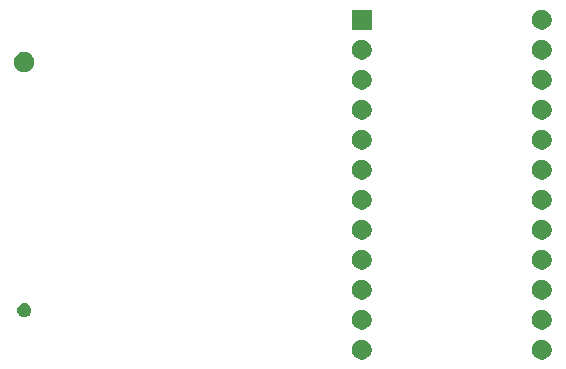
<source format=gbr>
G04 #@! TF.GenerationSoftware,KiCad,Pcbnew,(5.1.5)-3*
G04 #@! TF.CreationDate,2020-01-23T23:17:30-08:00*
G04 #@! TF.ProjectId,sdInterface,7364496e-7465-4726-9661-63652e6b6963,rev?*
G04 #@! TF.SameCoordinates,Original*
G04 #@! TF.FileFunction,Soldermask,Bot*
G04 #@! TF.FilePolarity,Negative*
%FSLAX46Y46*%
G04 Gerber Fmt 4.6, Leading zero omitted, Abs format (unit mm)*
G04 Created by KiCad (PCBNEW (5.1.5)-3) date 2020-01-23 23:17:30*
%MOMM*%
%LPD*%
G04 APERTURE LIST*
%ADD10C,0.100000*%
G04 APERTURE END LIST*
D10*
G36*
X139088228Y-102721703D02*
G01*
X139243100Y-102785853D01*
X139382481Y-102878985D01*
X139501015Y-102997519D01*
X139594147Y-103136900D01*
X139658297Y-103291772D01*
X139691000Y-103456184D01*
X139691000Y-103623816D01*
X139658297Y-103788228D01*
X139594147Y-103943100D01*
X139501015Y-104082481D01*
X139382481Y-104201015D01*
X139243100Y-104294147D01*
X139088228Y-104358297D01*
X138923816Y-104391000D01*
X138756184Y-104391000D01*
X138591772Y-104358297D01*
X138436900Y-104294147D01*
X138297519Y-104201015D01*
X138178985Y-104082481D01*
X138085853Y-103943100D01*
X138021703Y-103788228D01*
X137989000Y-103623816D01*
X137989000Y-103456184D01*
X138021703Y-103291772D01*
X138085853Y-103136900D01*
X138178985Y-102997519D01*
X138297519Y-102878985D01*
X138436900Y-102785853D01*
X138591772Y-102721703D01*
X138756184Y-102689000D01*
X138923816Y-102689000D01*
X139088228Y-102721703D01*
G37*
G36*
X123848228Y-102721703D02*
G01*
X124003100Y-102785853D01*
X124142481Y-102878985D01*
X124261015Y-102997519D01*
X124354147Y-103136900D01*
X124418297Y-103291772D01*
X124451000Y-103456184D01*
X124451000Y-103623816D01*
X124418297Y-103788228D01*
X124354147Y-103943100D01*
X124261015Y-104082481D01*
X124142481Y-104201015D01*
X124003100Y-104294147D01*
X123848228Y-104358297D01*
X123683816Y-104391000D01*
X123516184Y-104391000D01*
X123351772Y-104358297D01*
X123196900Y-104294147D01*
X123057519Y-104201015D01*
X122938985Y-104082481D01*
X122845853Y-103943100D01*
X122781703Y-103788228D01*
X122749000Y-103623816D01*
X122749000Y-103456184D01*
X122781703Y-103291772D01*
X122845853Y-103136900D01*
X122938985Y-102997519D01*
X123057519Y-102878985D01*
X123196900Y-102785853D01*
X123351772Y-102721703D01*
X123516184Y-102689000D01*
X123683816Y-102689000D01*
X123848228Y-102721703D01*
G37*
G36*
X139088228Y-100181703D02*
G01*
X139243100Y-100245853D01*
X139382481Y-100338985D01*
X139501015Y-100457519D01*
X139594147Y-100596900D01*
X139658297Y-100751772D01*
X139691000Y-100916184D01*
X139691000Y-101083816D01*
X139658297Y-101248228D01*
X139594147Y-101403100D01*
X139501015Y-101542481D01*
X139382481Y-101661015D01*
X139243100Y-101754147D01*
X139088228Y-101818297D01*
X138923816Y-101851000D01*
X138756184Y-101851000D01*
X138591772Y-101818297D01*
X138436900Y-101754147D01*
X138297519Y-101661015D01*
X138178985Y-101542481D01*
X138085853Y-101403100D01*
X138021703Y-101248228D01*
X137989000Y-101083816D01*
X137989000Y-100916184D01*
X138021703Y-100751772D01*
X138085853Y-100596900D01*
X138178985Y-100457519D01*
X138297519Y-100338985D01*
X138436900Y-100245853D01*
X138591772Y-100181703D01*
X138756184Y-100149000D01*
X138923816Y-100149000D01*
X139088228Y-100181703D01*
G37*
G36*
X123848228Y-100181703D02*
G01*
X124003100Y-100245853D01*
X124142481Y-100338985D01*
X124261015Y-100457519D01*
X124354147Y-100596900D01*
X124418297Y-100751772D01*
X124451000Y-100916184D01*
X124451000Y-101083816D01*
X124418297Y-101248228D01*
X124354147Y-101403100D01*
X124261015Y-101542481D01*
X124142481Y-101661015D01*
X124003100Y-101754147D01*
X123848228Y-101818297D01*
X123683816Y-101851000D01*
X123516184Y-101851000D01*
X123351772Y-101818297D01*
X123196900Y-101754147D01*
X123057519Y-101661015D01*
X122938985Y-101542481D01*
X122845853Y-101403100D01*
X122781703Y-101248228D01*
X122749000Y-101083816D01*
X122749000Y-100916184D01*
X122781703Y-100751772D01*
X122845853Y-100596900D01*
X122938985Y-100457519D01*
X123057519Y-100338985D01*
X123196900Y-100245853D01*
X123351772Y-100181703D01*
X123516184Y-100149000D01*
X123683816Y-100149000D01*
X123848228Y-100181703D01*
G37*
G36*
X95161601Y-99614397D02*
G01*
X95200305Y-99622096D01*
X95232340Y-99635365D01*
X95309680Y-99667400D01*
X95408115Y-99733173D01*
X95491827Y-99816885D01*
X95557600Y-99915320D01*
X95602904Y-100024696D01*
X95626000Y-100140805D01*
X95626000Y-100259195D01*
X95602904Y-100375304D01*
X95557600Y-100484680D01*
X95491827Y-100583115D01*
X95408115Y-100666827D01*
X95309680Y-100732600D01*
X95232340Y-100764635D01*
X95200305Y-100777904D01*
X95161601Y-100785603D01*
X95084195Y-100801000D01*
X94965805Y-100801000D01*
X94888399Y-100785603D01*
X94849695Y-100777904D01*
X94817660Y-100764635D01*
X94740320Y-100732600D01*
X94641885Y-100666827D01*
X94558173Y-100583115D01*
X94492400Y-100484680D01*
X94447096Y-100375304D01*
X94424000Y-100259195D01*
X94424000Y-100140805D01*
X94447096Y-100024696D01*
X94492400Y-99915320D01*
X94558173Y-99816885D01*
X94641885Y-99733173D01*
X94740320Y-99667400D01*
X94817660Y-99635365D01*
X94849695Y-99622096D01*
X94888399Y-99614397D01*
X94965805Y-99599000D01*
X95084195Y-99599000D01*
X95161601Y-99614397D01*
G37*
G36*
X139088228Y-97641703D02*
G01*
X139243100Y-97705853D01*
X139382481Y-97798985D01*
X139501015Y-97917519D01*
X139594147Y-98056900D01*
X139658297Y-98211772D01*
X139691000Y-98376184D01*
X139691000Y-98543816D01*
X139658297Y-98708228D01*
X139594147Y-98863100D01*
X139501015Y-99002481D01*
X139382481Y-99121015D01*
X139243100Y-99214147D01*
X139088228Y-99278297D01*
X138923816Y-99311000D01*
X138756184Y-99311000D01*
X138591772Y-99278297D01*
X138436900Y-99214147D01*
X138297519Y-99121015D01*
X138178985Y-99002481D01*
X138085853Y-98863100D01*
X138021703Y-98708228D01*
X137989000Y-98543816D01*
X137989000Y-98376184D01*
X138021703Y-98211772D01*
X138085853Y-98056900D01*
X138178985Y-97917519D01*
X138297519Y-97798985D01*
X138436900Y-97705853D01*
X138591772Y-97641703D01*
X138756184Y-97609000D01*
X138923816Y-97609000D01*
X139088228Y-97641703D01*
G37*
G36*
X123848228Y-97641703D02*
G01*
X124003100Y-97705853D01*
X124142481Y-97798985D01*
X124261015Y-97917519D01*
X124354147Y-98056900D01*
X124418297Y-98211772D01*
X124451000Y-98376184D01*
X124451000Y-98543816D01*
X124418297Y-98708228D01*
X124354147Y-98863100D01*
X124261015Y-99002481D01*
X124142481Y-99121015D01*
X124003100Y-99214147D01*
X123848228Y-99278297D01*
X123683816Y-99311000D01*
X123516184Y-99311000D01*
X123351772Y-99278297D01*
X123196900Y-99214147D01*
X123057519Y-99121015D01*
X122938985Y-99002481D01*
X122845853Y-98863100D01*
X122781703Y-98708228D01*
X122749000Y-98543816D01*
X122749000Y-98376184D01*
X122781703Y-98211772D01*
X122845853Y-98056900D01*
X122938985Y-97917519D01*
X123057519Y-97798985D01*
X123196900Y-97705853D01*
X123351772Y-97641703D01*
X123516184Y-97609000D01*
X123683816Y-97609000D01*
X123848228Y-97641703D01*
G37*
G36*
X123848228Y-95101703D02*
G01*
X124003100Y-95165853D01*
X124142481Y-95258985D01*
X124261015Y-95377519D01*
X124354147Y-95516900D01*
X124418297Y-95671772D01*
X124451000Y-95836184D01*
X124451000Y-96003816D01*
X124418297Y-96168228D01*
X124354147Y-96323100D01*
X124261015Y-96462481D01*
X124142481Y-96581015D01*
X124003100Y-96674147D01*
X123848228Y-96738297D01*
X123683816Y-96771000D01*
X123516184Y-96771000D01*
X123351772Y-96738297D01*
X123196900Y-96674147D01*
X123057519Y-96581015D01*
X122938985Y-96462481D01*
X122845853Y-96323100D01*
X122781703Y-96168228D01*
X122749000Y-96003816D01*
X122749000Y-95836184D01*
X122781703Y-95671772D01*
X122845853Y-95516900D01*
X122938985Y-95377519D01*
X123057519Y-95258985D01*
X123196900Y-95165853D01*
X123351772Y-95101703D01*
X123516184Y-95069000D01*
X123683816Y-95069000D01*
X123848228Y-95101703D01*
G37*
G36*
X139088228Y-95101703D02*
G01*
X139243100Y-95165853D01*
X139382481Y-95258985D01*
X139501015Y-95377519D01*
X139594147Y-95516900D01*
X139658297Y-95671772D01*
X139691000Y-95836184D01*
X139691000Y-96003816D01*
X139658297Y-96168228D01*
X139594147Y-96323100D01*
X139501015Y-96462481D01*
X139382481Y-96581015D01*
X139243100Y-96674147D01*
X139088228Y-96738297D01*
X138923816Y-96771000D01*
X138756184Y-96771000D01*
X138591772Y-96738297D01*
X138436900Y-96674147D01*
X138297519Y-96581015D01*
X138178985Y-96462481D01*
X138085853Y-96323100D01*
X138021703Y-96168228D01*
X137989000Y-96003816D01*
X137989000Y-95836184D01*
X138021703Y-95671772D01*
X138085853Y-95516900D01*
X138178985Y-95377519D01*
X138297519Y-95258985D01*
X138436900Y-95165853D01*
X138591772Y-95101703D01*
X138756184Y-95069000D01*
X138923816Y-95069000D01*
X139088228Y-95101703D01*
G37*
G36*
X123848228Y-92561703D02*
G01*
X124003100Y-92625853D01*
X124142481Y-92718985D01*
X124261015Y-92837519D01*
X124354147Y-92976900D01*
X124418297Y-93131772D01*
X124451000Y-93296184D01*
X124451000Y-93463816D01*
X124418297Y-93628228D01*
X124354147Y-93783100D01*
X124261015Y-93922481D01*
X124142481Y-94041015D01*
X124003100Y-94134147D01*
X123848228Y-94198297D01*
X123683816Y-94231000D01*
X123516184Y-94231000D01*
X123351772Y-94198297D01*
X123196900Y-94134147D01*
X123057519Y-94041015D01*
X122938985Y-93922481D01*
X122845853Y-93783100D01*
X122781703Y-93628228D01*
X122749000Y-93463816D01*
X122749000Y-93296184D01*
X122781703Y-93131772D01*
X122845853Y-92976900D01*
X122938985Y-92837519D01*
X123057519Y-92718985D01*
X123196900Y-92625853D01*
X123351772Y-92561703D01*
X123516184Y-92529000D01*
X123683816Y-92529000D01*
X123848228Y-92561703D01*
G37*
G36*
X139088228Y-92561703D02*
G01*
X139243100Y-92625853D01*
X139382481Y-92718985D01*
X139501015Y-92837519D01*
X139594147Y-92976900D01*
X139658297Y-93131772D01*
X139691000Y-93296184D01*
X139691000Y-93463816D01*
X139658297Y-93628228D01*
X139594147Y-93783100D01*
X139501015Y-93922481D01*
X139382481Y-94041015D01*
X139243100Y-94134147D01*
X139088228Y-94198297D01*
X138923816Y-94231000D01*
X138756184Y-94231000D01*
X138591772Y-94198297D01*
X138436900Y-94134147D01*
X138297519Y-94041015D01*
X138178985Y-93922481D01*
X138085853Y-93783100D01*
X138021703Y-93628228D01*
X137989000Y-93463816D01*
X137989000Y-93296184D01*
X138021703Y-93131772D01*
X138085853Y-92976900D01*
X138178985Y-92837519D01*
X138297519Y-92718985D01*
X138436900Y-92625853D01*
X138591772Y-92561703D01*
X138756184Y-92529000D01*
X138923816Y-92529000D01*
X139088228Y-92561703D01*
G37*
G36*
X139088228Y-90021703D02*
G01*
X139243100Y-90085853D01*
X139382481Y-90178985D01*
X139501015Y-90297519D01*
X139594147Y-90436900D01*
X139658297Y-90591772D01*
X139691000Y-90756184D01*
X139691000Y-90923816D01*
X139658297Y-91088228D01*
X139594147Y-91243100D01*
X139501015Y-91382481D01*
X139382481Y-91501015D01*
X139243100Y-91594147D01*
X139088228Y-91658297D01*
X138923816Y-91691000D01*
X138756184Y-91691000D01*
X138591772Y-91658297D01*
X138436900Y-91594147D01*
X138297519Y-91501015D01*
X138178985Y-91382481D01*
X138085853Y-91243100D01*
X138021703Y-91088228D01*
X137989000Y-90923816D01*
X137989000Y-90756184D01*
X138021703Y-90591772D01*
X138085853Y-90436900D01*
X138178985Y-90297519D01*
X138297519Y-90178985D01*
X138436900Y-90085853D01*
X138591772Y-90021703D01*
X138756184Y-89989000D01*
X138923816Y-89989000D01*
X139088228Y-90021703D01*
G37*
G36*
X123848228Y-90021703D02*
G01*
X124003100Y-90085853D01*
X124142481Y-90178985D01*
X124261015Y-90297519D01*
X124354147Y-90436900D01*
X124418297Y-90591772D01*
X124451000Y-90756184D01*
X124451000Y-90923816D01*
X124418297Y-91088228D01*
X124354147Y-91243100D01*
X124261015Y-91382481D01*
X124142481Y-91501015D01*
X124003100Y-91594147D01*
X123848228Y-91658297D01*
X123683816Y-91691000D01*
X123516184Y-91691000D01*
X123351772Y-91658297D01*
X123196900Y-91594147D01*
X123057519Y-91501015D01*
X122938985Y-91382481D01*
X122845853Y-91243100D01*
X122781703Y-91088228D01*
X122749000Y-90923816D01*
X122749000Y-90756184D01*
X122781703Y-90591772D01*
X122845853Y-90436900D01*
X122938985Y-90297519D01*
X123057519Y-90178985D01*
X123196900Y-90085853D01*
X123351772Y-90021703D01*
X123516184Y-89989000D01*
X123683816Y-89989000D01*
X123848228Y-90021703D01*
G37*
G36*
X123848228Y-87481703D02*
G01*
X124003100Y-87545853D01*
X124142481Y-87638985D01*
X124261015Y-87757519D01*
X124354147Y-87896900D01*
X124418297Y-88051772D01*
X124451000Y-88216184D01*
X124451000Y-88383816D01*
X124418297Y-88548228D01*
X124354147Y-88703100D01*
X124261015Y-88842481D01*
X124142481Y-88961015D01*
X124003100Y-89054147D01*
X123848228Y-89118297D01*
X123683816Y-89151000D01*
X123516184Y-89151000D01*
X123351772Y-89118297D01*
X123196900Y-89054147D01*
X123057519Y-88961015D01*
X122938985Y-88842481D01*
X122845853Y-88703100D01*
X122781703Y-88548228D01*
X122749000Y-88383816D01*
X122749000Y-88216184D01*
X122781703Y-88051772D01*
X122845853Y-87896900D01*
X122938985Y-87757519D01*
X123057519Y-87638985D01*
X123196900Y-87545853D01*
X123351772Y-87481703D01*
X123516184Y-87449000D01*
X123683816Y-87449000D01*
X123848228Y-87481703D01*
G37*
G36*
X139088228Y-87481703D02*
G01*
X139243100Y-87545853D01*
X139382481Y-87638985D01*
X139501015Y-87757519D01*
X139594147Y-87896900D01*
X139658297Y-88051772D01*
X139691000Y-88216184D01*
X139691000Y-88383816D01*
X139658297Y-88548228D01*
X139594147Y-88703100D01*
X139501015Y-88842481D01*
X139382481Y-88961015D01*
X139243100Y-89054147D01*
X139088228Y-89118297D01*
X138923816Y-89151000D01*
X138756184Y-89151000D01*
X138591772Y-89118297D01*
X138436900Y-89054147D01*
X138297519Y-88961015D01*
X138178985Y-88842481D01*
X138085853Y-88703100D01*
X138021703Y-88548228D01*
X137989000Y-88383816D01*
X137989000Y-88216184D01*
X138021703Y-88051772D01*
X138085853Y-87896900D01*
X138178985Y-87757519D01*
X138297519Y-87638985D01*
X138436900Y-87545853D01*
X138591772Y-87481703D01*
X138756184Y-87449000D01*
X138923816Y-87449000D01*
X139088228Y-87481703D01*
G37*
G36*
X139088228Y-84941703D02*
G01*
X139243100Y-85005853D01*
X139382481Y-85098985D01*
X139501015Y-85217519D01*
X139594147Y-85356900D01*
X139658297Y-85511772D01*
X139691000Y-85676184D01*
X139691000Y-85843816D01*
X139658297Y-86008228D01*
X139594147Y-86163100D01*
X139501015Y-86302481D01*
X139382481Y-86421015D01*
X139243100Y-86514147D01*
X139088228Y-86578297D01*
X138923816Y-86611000D01*
X138756184Y-86611000D01*
X138591772Y-86578297D01*
X138436900Y-86514147D01*
X138297519Y-86421015D01*
X138178985Y-86302481D01*
X138085853Y-86163100D01*
X138021703Y-86008228D01*
X137989000Y-85843816D01*
X137989000Y-85676184D01*
X138021703Y-85511772D01*
X138085853Y-85356900D01*
X138178985Y-85217519D01*
X138297519Y-85098985D01*
X138436900Y-85005853D01*
X138591772Y-84941703D01*
X138756184Y-84909000D01*
X138923816Y-84909000D01*
X139088228Y-84941703D01*
G37*
G36*
X123848228Y-84941703D02*
G01*
X124003100Y-85005853D01*
X124142481Y-85098985D01*
X124261015Y-85217519D01*
X124354147Y-85356900D01*
X124418297Y-85511772D01*
X124451000Y-85676184D01*
X124451000Y-85843816D01*
X124418297Y-86008228D01*
X124354147Y-86163100D01*
X124261015Y-86302481D01*
X124142481Y-86421015D01*
X124003100Y-86514147D01*
X123848228Y-86578297D01*
X123683816Y-86611000D01*
X123516184Y-86611000D01*
X123351772Y-86578297D01*
X123196900Y-86514147D01*
X123057519Y-86421015D01*
X122938985Y-86302481D01*
X122845853Y-86163100D01*
X122781703Y-86008228D01*
X122749000Y-85843816D01*
X122749000Y-85676184D01*
X122781703Y-85511772D01*
X122845853Y-85356900D01*
X122938985Y-85217519D01*
X123057519Y-85098985D01*
X123196900Y-85005853D01*
X123351772Y-84941703D01*
X123516184Y-84909000D01*
X123683816Y-84909000D01*
X123848228Y-84941703D01*
G37*
G36*
X123848228Y-82401703D02*
G01*
X124003100Y-82465853D01*
X124142481Y-82558985D01*
X124261015Y-82677519D01*
X124354147Y-82816900D01*
X124418297Y-82971772D01*
X124451000Y-83136184D01*
X124451000Y-83303816D01*
X124418297Y-83468228D01*
X124354147Y-83623100D01*
X124261015Y-83762481D01*
X124142481Y-83881015D01*
X124003100Y-83974147D01*
X123848228Y-84038297D01*
X123683816Y-84071000D01*
X123516184Y-84071000D01*
X123351772Y-84038297D01*
X123196900Y-83974147D01*
X123057519Y-83881015D01*
X122938985Y-83762481D01*
X122845853Y-83623100D01*
X122781703Y-83468228D01*
X122749000Y-83303816D01*
X122749000Y-83136184D01*
X122781703Y-82971772D01*
X122845853Y-82816900D01*
X122938985Y-82677519D01*
X123057519Y-82558985D01*
X123196900Y-82465853D01*
X123351772Y-82401703D01*
X123516184Y-82369000D01*
X123683816Y-82369000D01*
X123848228Y-82401703D01*
G37*
G36*
X139088228Y-82401703D02*
G01*
X139243100Y-82465853D01*
X139382481Y-82558985D01*
X139501015Y-82677519D01*
X139594147Y-82816900D01*
X139658297Y-82971772D01*
X139691000Y-83136184D01*
X139691000Y-83303816D01*
X139658297Y-83468228D01*
X139594147Y-83623100D01*
X139501015Y-83762481D01*
X139382481Y-83881015D01*
X139243100Y-83974147D01*
X139088228Y-84038297D01*
X138923816Y-84071000D01*
X138756184Y-84071000D01*
X138591772Y-84038297D01*
X138436900Y-83974147D01*
X138297519Y-83881015D01*
X138178985Y-83762481D01*
X138085853Y-83623100D01*
X138021703Y-83468228D01*
X137989000Y-83303816D01*
X137989000Y-83136184D01*
X138021703Y-82971772D01*
X138085853Y-82816900D01*
X138178985Y-82677519D01*
X138297519Y-82558985D01*
X138436900Y-82465853D01*
X138591772Y-82401703D01*
X138756184Y-82369000D01*
X138923816Y-82369000D01*
X139088228Y-82401703D01*
G37*
G36*
X139088228Y-79861703D02*
G01*
X139243100Y-79925853D01*
X139382481Y-80018985D01*
X139501015Y-80137519D01*
X139594147Y-80276900D01*
X139658297Y-80431772D01*
X139691000Y-80596184D01*
X139691000Y-80763816D01*
X139658297Y-80928228D01*
X139594147Y-81083100D01*
X139501015Y-81222481D01*
X139382481Y-81341015D01*
X139243100Y-81434147D01*
X139088228Y-81498297D01*
X138923816Y-81531000D01*
X138756184Y-81531000D01*
X138591772Y-81498297D01*
X138436900Y-81434147D01*
X138297519Y-81341015D01*
X138178985Y-81222481D01*
X138085853Y-81083100D01*
X138021703Y-80928228D01*
X137989000Y-80763816D01*
X137989000Y-80596184D01*
X138021703Y-80431772D01*
X138085853Y-80276900D01*
X138178985Y-80137519D01*
X138297519Y-80018985D01*
X138436900Y-79925853D01*
X138591772Y-79861703D01*
X138756184Y-79829000D01*
X138923816Y-79829000D01*
X139088228Y-79861703D01*
G37*
G36*
X123848228Y-79861703D02*
G01*
X124003100Y-79925853D01*
X124142481Y-80018985D01*
X124261015Y-80137519D01*
X124354147Y-80276900D01*
X124418297Y-80431772D01*
X124451000Y-80596184D01*
X124451000Y-80763816D01*
X124418297Y-80928228D01*
X124354147Y-81083100D01*
X124261015Y-81222481D01*
X124142481Y-81341015D01*
X124003100Y-81434147D01*
X123848228Y-81498297D01*
X123683816Y-81531000D01*
X123516184Y-81531000D01*
X123351772Y-81498297D01*
X123196900Y-81434147D01*
X123057519Y-81341015D01*
X122938985Y-81222481D01*
X122845853Y-81083100D01*
X122781703Y-80928228D01*
X122749000Y-80763816D01*
X122749000Y-80596184D01*
X122781703Y-80431772D01*
X122845853Y-80276900D01*
X122938985Y-80137519D01*
X123057519Y-80018985D01*
X123196900Y-79925853D01*
X123351772Y-79861703D01*
X123516184Y-79829000D01*
X123683816Y-79829000D01*
X123848228Y-79861703D01*
G37*
G36*
X95273228Y-78381703D02*
G01*
X95428100Y-78445853D01*
X95567481Y-78538985D01*
X95686015Y-78657519D01*
X95779147Y-78796900D01*
X95843297Y-78951772D01*
X95876000Y-79116184D01*
X95876000Y-79283816D01*
X95843297Y-79448228D01*
X95779147Y-79603100D01*
X95686015Y-79742481D01*
X95567481Y-79861015D01*
X95428100Y-79954147D01*
X95273228Y-80018297D01*
X95108816Y-80051000D01*
X94941184Y-80051000D01*
X94776772Y-80018297D01*
X94621900Y-79954147D01*
X94482519Y-79861015D01*
X94363985Y-79742481D01*
X94270853Y-79603100D01*
X94206703Y-79448228D01*
X94174000Y-79283816D01*
X94174000Y-79116184D01*
X94206703Y-78951772D01*
X94270853Y-78796900D01*
X94363985Y-78657519D01*
X94482519Y-78538985D01*
X94621900Y-78445853D01*
X94776772Y-78381703D01*
X94941184Y-78349000D01*
X95108816Y-78349000D01*
X95273228Y-78381703D01*
G37*
G36*
X123848228Y-77321703D02*
G01*
X124003100Y-77385853D01*
X124142481Y-77478985D01*
X124261015Y-77597519D01*
X124354147Y-77736900D01*
X124418297Y-77891772D01*
X124451000Y-78056184D01*
X124451000Y-78223816D01*
X124418297Y-78388228D01*
X124354147Y-78543100D01*
X124261015Y-78682481D01*
X124142481Y-78801015D01*
X124003100Y-78894147D01*
X123848228Y-78958297D01*
X123683816Y-78991000D01*
X123516184Y-78991000D01*
X123351772Y-78958297D01*
X123196900Y-78894147D01*
X123057519Y-78801015D01*
X122938985Y-78682481D01*
X122845853Y-78543100D01*
X122781703Y-78388228D01*
X122749000Y-78223816D01*
X122749000Y-78056184D01*
X122781703Y-77891772D01*
X122845853Y-77736900D01*
X122938985Y-77597519D01*
X123057519Y-77478985D01*
X123196900Y-77385853D01*
X123351772Y-77321703D01*
X123516184Y-77289000D01*
X123683816Y-77289000D01*
X123848228Y-77321703D01*
G37*
G36*
X139088228Y-77321703D02*
G01*
X139243100Y-77385853D01*
X139382481Y-77478985D01*
X139501015Y-77597519D01*
X139594147Y-77736900D01*
X139658297Y-77891772D01*
X139691000Y-78056184D01*
X139691000Y-78223816D01*
X139658297Y-78388228D01*
X139594147Y-78543100D01*
X139501015Y-78682481D01*
X139382481Y-78801015D01*
X139243100Y-78894147D01*
X139088228Y-78958297D01*
X138923816Y-78991000D01*
X138756184Y-78991000D01*
X138591772Y-78958297D01*
X138436900Y-78894147D01*
X138297519Y-78801015D01*
X138178985Y-78682481D01*
X138085853Y-78543100D01*
X138021703Y-78388228D01*
X137989000Y-78223816D01*
X137989000Y-78056184D01*
X138021703Y-77891772D01*
X138085853Y-77736900D01*
X138178985Y-77597519D01*
X138297519Y-77478985D01*
X138436900Y-77385853D01*
X138591772Y-77321703D01*
X138756184Y-77289000D01*
X138923816Y-77289000D01*
X139088228Y-77321703D01*
G37*
G36*
X124451000Y-76451000D02*
G01*
X122749000Y-76451000D01*
X122749000Y-74749000D01*
X124451000Y-74749000D01*
X124451000Y-76451000D01*
G37*
G36*
X139088228Y-74781703D02*
G01*
X139243100Y-74845853D01*
X139382481Y-74938985D01*
X139501015Y-75057519D01*
X139594147Y-75196900D01*
X139658297Y-75351772D01*
X139691000Y-75516184D01*
X139691000Y-75683816D01*
X139658297Y-75848228D01*
X139594147Y-76003100D01*
X139501015Y-76142481D01*
X139382481Y-76261015D01*
X139243100Y-76354147D01*
X139088228Y-76418297D01*
X138923816Y-76451000D01*
X138756184Y-76451000D01*
X138591772Y-76418297D01*
X138436900Y-76354147D01*
X138297519Y-76261015D01*
X138178985Y-76142481D01*
X138085853Y-76003100D01*
X138021703Y-75848228D01*
X137989000Y-75683816D01*
X137989000Y-75516184D01*
X138021703Y-75351772D01*
X138085853Y-75196900D01*
X138178985Y-75057519D01*
X138297519Y-74938985D01*
X138436900Y-74845853D01*
X138591772Y-74781703D01*
X138756184Y-74749000D01*
X138923816Y-74749000D01*
X139088228Y-74781703D01*
G37*
M02*

</source>
